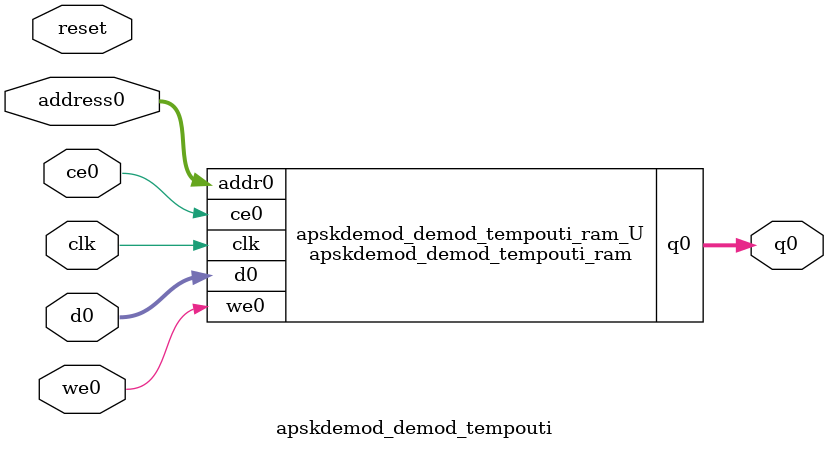
<source format=v>
`timescale 1 ns / 1 ps
module apskdemod_demod_tempouti_ram (addr0, ce0, d0, we0, q0,  clk);

parameter DWIDTH = 32;
parameter AWIDTH = 9;
parameter MEM_SIZE = 340;

input[AWIDTH-1:0] addr0;
input ce0;
input[DWIDTH-1:0] d0;
input we0;
output reg[DWIDTH-1:0] q0;
input clk;

reg [DWIDTH-1:0] ram[0:MEM_SIZE-1];




always @(posedge clk)  
begin 
    if (ce0) begin
        if (we0) 
            ram[addr0] <= d0; 
        q0 <= ram[addr0];
    end
end


endmodule

`timescale 1 ns / 1 ps
module apskdemod_demod_tempouti(
    reset,
    clk,
    address0,
    ce0,
    we0,
    d0,
    q0);

parameter DataWidth = 32'd32;
parameter AddressRange = 32'd340;
parameter AddressWidth = 32'd9;
input reset;
input clk;
input[AddressWidth - 1:0] address0;
input ce0;
input we0;
input[DataWidth - 1:0] d0;
output[DataWidth - 1:0] q0;



apskdemod_demod_tempouti_ram apskdemod_demod_tempouti_ram_U(
    .clk( clk ),
    .addr0( address0 ),
    .ce0( ce0 ),
    .we0( we0 ),
    .d0( d0 ),
    .q0( q0 ));

endmodule


</source>
